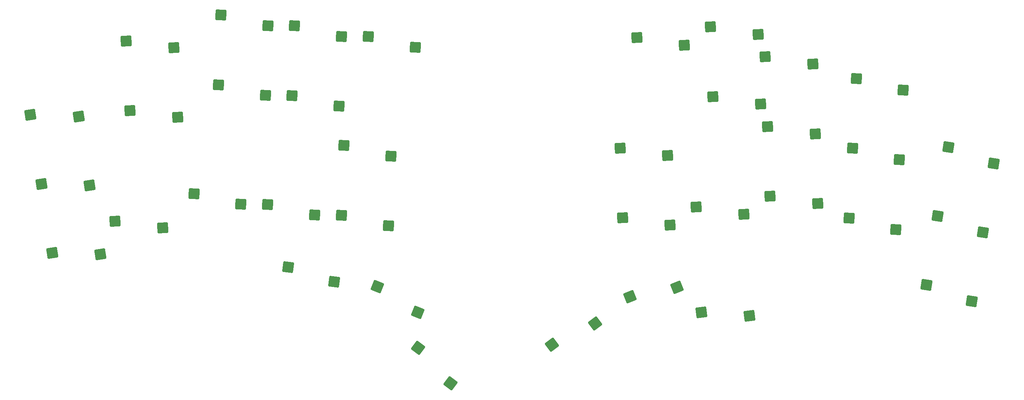
<source format=gbr>
%TF.GenerationSoftware,KiCad,Pcbnew,8.0.5*%
%TF.CreationDate,2024-09-26T21:48:40+02:00*%
%TF.ProjectId,woagboard,776f6167-626f-4617-9264-2e6b69636164,rev?*%
%TF.SameCoordinates,Original*%
%TF.FileFunction,Paste,Bot*%
%TF.FilePolarity,Positive*%
%FSLAX46Y46*%
G04 Gerber Fmt 4.6, Leading zero omitted, Abs format (unit mm)*
G04 Created by KiCad (PCBNEW 8.0.5) date 2024-09-26 21:48:40*
%MOMM*%
%LPD*%
G01*
G04 APERTURE LIST*
G04 Aperture macros list*
%AMRoundRect*
0 Rectangle with rounded corners*
0 $1 Rounding radius*
0 $2 $3 $4 $5 $6 $7 $8 $9 X,Y pos of 4 corners*
0 Add a 4 corners polygon primitive as box body*
4,1,4,$2,$3,$4,$5,$6,$7,$8,$9,$2,$3,0*
0 Add four circle primitives for the rounded corners*
1,1,$1+$1,$2,$3*
1,1,$1+$1,$4,$5*
1,1,$1+$1,$6,$7*
1,1,$1+$1,$8,$9*
0 Add four rect primitives between the rounded corners*
20,1,$1+$1,$2,$3,$4,$5,0*
20,1,$1+$1,$4,$5,$6,$7,0*
20,1,$1+$1,$6,$7,$8,$9,0*
20,1,$1+$1,$8,$9,$2,$3,0*%
G04 Aperture macros list end*
%ADD10RoundRect,0.260000X1.117970X0.982837X-1.009111X1.094313X-1.117970X-0.982837X1.009111X-1.094313X0*%
%ADD11RoundRect,0.260000X1.476434X0.189648X-0.224659X1.471514X-1.476434X-0.189648X0.224659X-1.471514X0*%
%ADD12RoundRect,0.260000X-0.889196X-1.193799X1.214580X-0.860593X0.889196X1.193799X-1.214580X0.860593X0*%
%ADD13RoundRect,0.260000X-0.597860X-1.363227X1.377042X-0.565315X0.597860X1.363227X-1.377042X0.565315X0*%
%ADD14RoundRect,0.260000X1.214580X0.860593X-0.889196X1.193799X-1.214580X-0.860593X0.889196X-1.193799X0*%
%ADD15RoundRect,0.260000X1.028056X1.076534X-1.100647X1.002198X-1.028056X-1.076534X1.100647X-1.002198X0*%
%ADD16RoundRect,0.260000X-1.028056X-1.076534X1.100647X-1.002198X1.028056X1.076534X-1.100647X1.002198X0*%
%ADD17RoundRect,0.260000X-1.183806X-0.902457X0.930318X-1.162039X1.183806X0.902457X-0.930318X1.162039X0*%
%ADD18RoundRect,0.260000X1.100647X1.002198X-1.028056X1.076534X-1.100647X-1.002198X1.028056X-1.076534X0*%
%ADD19RoundRect,0.260000X-1.377042X-0.565315X0.597860X-1.363227X1.377042X0.565315X-0.597860X1.363227X0*%
%ADD20RoundRect,0.260000X1.009111X1.094313X-1.117970X0.982837X-1.009111X-1.094313X1.117970X-0.982837X0*%
%ADD21RoundRect,0.260000X-1.100647X-1.002198X1.028056X-1.076534X1.100647X1.002198X-1.028056X1.076534X0*%
%ADD22RoundRect,0.260000X-1.009111X-1.094313X1.117970X-0.982837X1.009111X1.094313X-1.117970X0.982837X0*%
%ADD23RoundRect,0.260000X-0.224659X-1.471514X1.476434X-0.189648X0.224659X1.471514X-1.476434X0.189648X0*%
%ADD24RoundRect,0.260000X0.930318X1.162039X-1.183806X0.902457X-0.930318X-1.162039X1.183806X-0.902457X0*%
G04 APERTURE END LIST*
D10*
%TO.C,SW32*%
X222794820Y-77400283D03*
X234153934Y-80198608D03*
%TD*%
D11*
%TO.C,SW18*%
X118085840Y-108968798D03*
X125938169Y-117640651D03*
%TD*%
D12*
%TO.C,SW6*%
X38242307Y-69451679D03*
X26549612Y-69076196D03*
%TD*%
D13*
%TO.C,SW35*%
X181008536Y-94275553D03*
X169531059Y-96539978D03*
%TD*%
D14*
%TO.C,SW28*%
X244298042Y-76916883D03*
X255302426Y-80887227D03*
%TD*%
D15*
%TO.C,SW21*%
X202417908Y-38113710D03*
X213977687Y-39911375D03*
%TD*%
D16*
%TO.C,SW25*%
X201310180Y-49659408D03*
X189750401Y-47861743D03*
%TD*%
D17*
%TO.C,SW16*%
X97687291Y-92894505D03*
X86551048Y-89310624D03*
%TD*%
D15*
%TO.C,SW29*%
X167766018Y-77346939D03*
X179325797Y-79144604D03*
%TD*%
D10*
%TO.C,SW27*%
X223684542Y-60423590D03*
X235043656Y-63221915D03*
%TD*%
D18*
%TO.C,SW10*%
X100060916Y-59724273D03*
X111467137Y-62323928D03*
%TD*%
D19*
%TO.C,SW17*%
X117994316Y-100395274D03*
X108165108Y-94051240D03*
%TD*%
D12*
%TO.C,SW11*%
X40901681Y-86242391D03*
X29208986Y-85866908D03*
%TD*%
D15*
%TO.C,SW26*%
X203011206Y-55103357D03*
X214570985Y-56901022D03*
%TD*%
D14*
%TO.C,SW33*%
X241638650Y-93707595D03*
X252643034Y-97677939D03*
%TD*%
D12*
%TO.C,SW1*%
X35582915Y-52660983D03*
X23890220Y-52285500D03*
%TD*%
D18*
%TO.C,SW15*%
X99467618Y-76713904D03*
X110873839Y-79313559D03*
%TD*%
D20*
%TO.C,SW12*%
X44451369Y-78205761D03*
X56040762Y-79801406D03*
%TD*%
D16*
%TO.C,SW20*%
X200716882Y-32669761D03*
X189157103Y-30872096D03*
%TD*%
D18*
%TO.C,SW13*%
X63629150Y-71459969D03*
X75035371Y-74059624D03*
%TD*%
D15*
%TO.C,SW24*%
X167172738Y-60357308D03*
X178732517Y-62154973D03*
%TD*%
D21*
%TO.C,SW8*%
X80964130Y-47550384D03*
X69557909Y-44950729D03*
%TD*%
%TO.C,SW9*%
X98883382Y-50177359D03*
X87477161Y-47577704D03*
%TD*%
D14*
%TO.C,SW23*%
X246957416Y-60126187D03*
X257961800Y-64096531D03*
%TD*%
D15*
%TO.C,SW30*%
X185685252Y-74719979D03*
X197245031Y-76517644D03*
%TD*%
D10*
%TO.C,SW22*%
X224574246Y-43446879D03*
X235933360Y-46245204D03*
%TD*%
D22*
%TO.C,SW7*%
X59636547Y-52876326D03*
X48047154Y-51280681D03*
%TD*%
D23*
%TO.C,SW36*%
X161114155Y-103036574D03*
X150613840Y-108194430D03*
%TD*%
D22*
%TO.C,SW2*%
X58746825Y-35899615D03*
X47157432Y-34303970D03*
%TD*%
D24*
%TO.C,SW34*%
X186940319Y-100396143D03*
X198612787Y-101179466D03*
%TD*%
D21*
%TO.C,SW3*%
X81557428Y-30560737D03*
X70151207Y-27961082D03*
%TD*%
%TO.C,SW4*%
X99476662Y-33187712D03*
X88070441Y-30588057D03*
%TD*%
D15*
%TO.C,SW31*%
X203604486Y-72093004D03*
X215164265Y-73890669D03*
%TD*%
D18*
%TO.C,SW14*%
X81548384Y-74086944D03*
X92954605Y-76686599D03*
%TD*%
D21*
%TO.C,SW5*%
X117395896Y-35814688D03*
X105989675Y-33215033D03*
%TD*%
D16*
%TO.C,SW19*%
X182797648Y-35296737D03*
X171237869Y-33499072D03*
%TD*%
M02*

</source>
